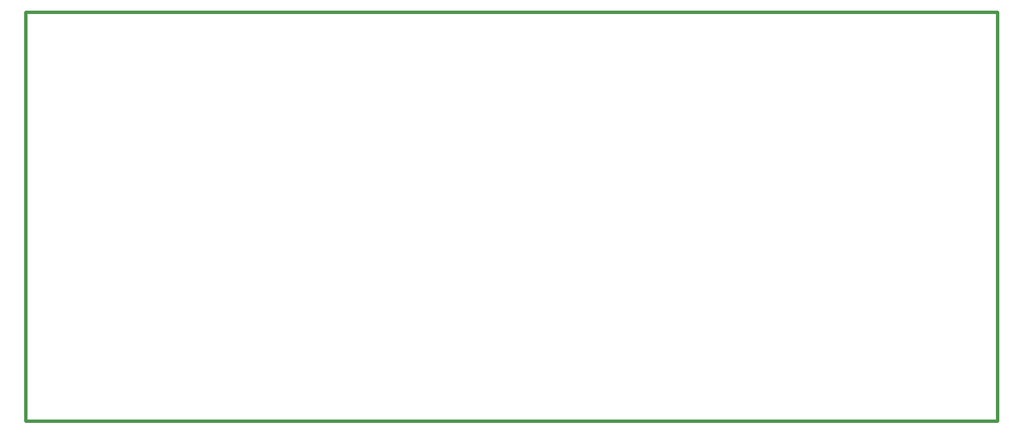
<source format=gko>
G04*
G04 #@! TF.GenerationSoftware,Altium Limited,Altium Designer,19.0.10 (269)*
G04*
G04 Layer_Color=16711935*
%FSTAX24Y24*%
%MOIN*%
G70*
G01*
G75*
%ADD35C,0.0200*%
D35*
X01Y00995D02*
X0677D01*
Y03425D01*
X01D02*
X0677D01*
X01Y00995D02*
Y03425D01*
M02*

</source>
